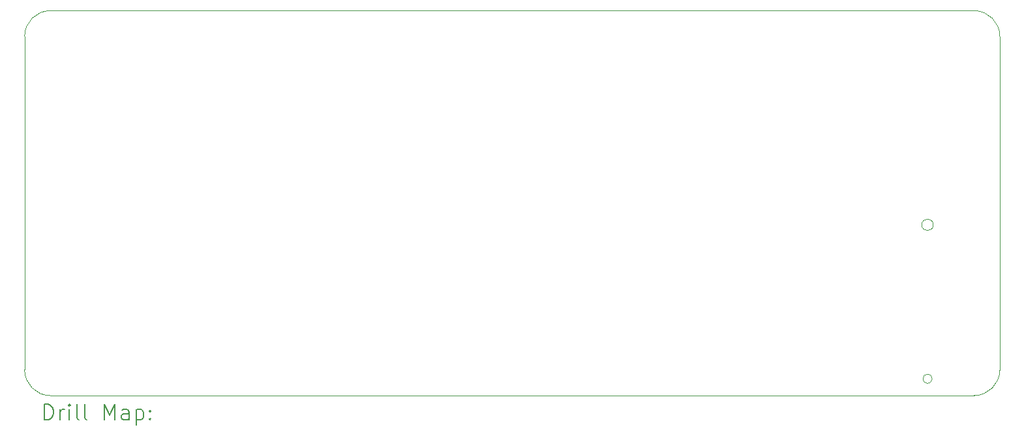
<source format=gbr>
%TF.GenerationSoftware,KiCad,Pcbnew,8.0.0-rc1*%
%TF.CreationDate,2025-03-22T13:15:12+03:00*%
%TF.ProjectId,Movita_CM4_CT_Router_V1.0,4d6f7669-7461-45f4-934d-345f43545f52,REV1*%
%TF.SameCoordinates,Original*%
%TF.FileFunction,Drillmap*%
%TF.FilePolarity,Positive*%
%FSLAX45Y45*%
G04 Gerber Fmt 4.5, Leading zero omitted, Abs format (unit mm)*
G04 Created by KiCad (PCBNEW 8.0.0-rc1) date 2025-03-22 13:15:12*
%MOMM*%
%LPD*%
G01*
G04 APERTURE LIST*
%ADD10C,0.050000*%
%ADD11C,0.200000*%
G04 APERTURE END LIST*
D10*
X10917377Y-8583419D02*
G75*
G02*
X11251377Y-8249417I334003J-1D01*
G01*
X11251377Y-13249419D02*
X23243356Y-13249410D01*
X23244364Y-8249419D02*
X11251377Y-8249419D01*
X11251377Y-13249419D02*
G75*
G02*
X10917381Y-12915419I3J333999D01*
G01*
X10917377Y-8583419D02*
X10917377Y-12915419D01*
X23244364Y-8249419D02*
G75*
G02*
X23577371Y-8583419I-494J-333501D01*
G01*
X23577356Y-12916409D02*
X23577366Y-8583419D01*
X23577356Y-12916409D02*
G75*
G02*
X23243356Y-13249406I-333496J499D01*
G01*
X22713377Y-11031419D02*
G75*
G02*
X22563377Y-11031419I-75000J0D01*
G01*
X22563377Y-11031419D02*
G75*
G02*
X22713377Y-11031419I75000J0D01*
G01*
X22698377Y-13031419D02*
G75*
G02*
X22578377Y-13031419I-60000J0D01*
G01*
X22578377Y-13031419D02*
G75*
G02*
X22698377Y-13031419I60000J0D01*
G01*
D11*
X11175653Y-13563403D02*
X11175653Y-13363403D01*
X11175653Y-13363403D02*
X11223272Y-13363403D01*
X11223272Y-13363403D02*
X11251844Y-13372927D01*
X11251844Y-13372927D02*
X11270891Y-13391974D01*
X11270891Y-13391974D02*
X11280415Y-13411022D01*
X11280415Y-13411022D02*
X11289939Y-13449117D01*
X11289939Y-13449117D02*
X11289939Y-13477688D01*
X11289939Y-13477688D02*
X11280415Y-13515784D01*
X11280415Y-13515784D02*
X11270891Y-13534831D01*
X11270891Y-13534831D02*
X11251844Y-13553879D01*
X11251844Y-13553879D02*
X11223272Y-13563403D01*
X11223272Y-13563403D02*
X11175653Y-13563403D01*
X11375653Y-13563403D02*
X11375653Y-13430069D01*
X11375653Y-13468165D02*
X11385177Y-13449117D01*
X11385177Y-13449117D02*
X11394701Y-13439593D01*
X11394701Y-13439593D02*
X11413749Y-13430069D01*
X11413749Y-13430069D02*
X11432796Y-13430069D01*
X11499463Y-13563403D02*
X11499463Y-13430069D01*
X11499463Y-13363403D02*
X11489939Y-13372927D01*
X11489939Y-13372927D02*
X11499463Y-13382450D01*
X11499463Y-13382450D02*
X11508987Y-13372927D01*
X11508987Y-13372927D02*
X11499463Y-13363403D01*
X11499463Y-13363403D02*
X11499463Y-13382450D01*
X11623272Y-13563403D02*
X11604225Y-13553879D01*
X11604225Y-13553879D02*
X11594701Y-13534831D01*
X11594701Y-13534831D02*
X11594701Y-13363403D01*
X11728034Y-13563403D02*
X11708987Y-13553879D01*
X11708987Y-13553879D02*
X11699463Y-13534831D01*
X11699463Y-13534831D02*
X11699463Y-13363403D01*
X11956606Y-13563403D02*
X11956606Y-13363403D01*
X11956606Y-13363403D02*
X12023272Y-13506260D01*
X12023272Y-13506260D02*
X12089939Y-13363403D01*
X12089939Y-13363403D02*
X12089939Y-13563403D01*
X12270891Y-13563403D02*
X12270891Y-13458641D01*
X12270891Y-13458641D02*
X12261368Y-13439593D01*
X12261368Y-13439593D02*
X12242320Y-13430069D01*
X12242320Y-13430069D02*
X12204225Y-13430069D01*
X12204225Y-13430069D02*
X12185177Y-13439593D01*
X12270891Y-13553879D02*
X12251844Y-13563403D01*
X12251844Y-13563403D02*
X12204225Y-13563403D01*
X12204225Y-13563403D02*
X12185177Y-13553879D01*
X12185177Y-13553879D02*
X12175653Y-13534831D01*
X12175653Y-13534831D02*
X12175653Y-13515784D01*
X12175653Y-13515784D02*
X12185177Y-13496736D01*
X12185177Y-13496736D02*
X12204225Y-13487212D01*
X12204225Y-13487212D02*
X12251844Y-13487212D01*
X12251844Y-13487212D02*
X12270891Y-13477688D01*
X12366130Y-13430069D02*
X12366130Y-13630069D01*
X12366130Y-13439593D02*
X12385177Y-13430069D01*
X12385177Y-13430069D02*
X12423272Y-13430069D01*
X12423272Y-13430069D02*
X12442320Y-13439593D01*
X12442320Y-13439593D02*
X12451844Y-13449117D01*
X12451844Y-13449117D02*
X12461368Y-13468165D01*
X12461368Y-13468165D02*
X12461368Y-13525307D01*
X12461368Y-13525307D02*
X12451844Y-13544355D01*
X12451844Y-13544355D02*
X12442320Y-13553879D01*
X12442320Y-13553879D02*
X12423272Y-13563403D01*
X12423272Y-13563403D02*
X12385177Y-13563403D01*
X12385177Y-13563403D02*
X12366130Y-13553879D01*
X12547082Y-13544355D02*
X12556606Y-13553879D01*
X12556606Y-13553879D02*
X12547082Y-13563403D01*
X12547082Y-13563403D02*
X12537558Y-13553879D01*
X12537558Y-13553879D02*
X12547082Y-13544355D01*
X12547082Y-13544355D02*
X12547082Y-13563403D01*
X12547082Y-13439593D02*
X12556606Y-13449117D01*
X12556606Y-13449117D02*
X12547082Y-13458641D01*
X12547082Y-13458641D02*
X12537558Y-13449117D01*
X12537558Y-13449117D02*
X12547082Y-13439593D01*
X12547082Y-13439593D02*
X12547082Y-13458641D01*
M02*

</source>
